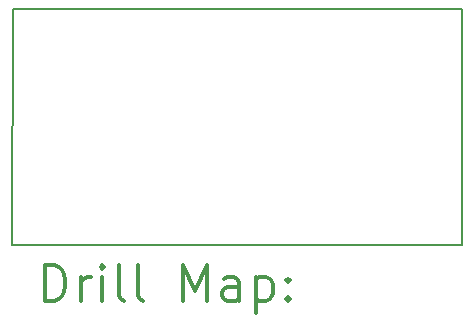
<source format=gbr>
%FSLAX45Y45*%
G04 Gerber Fmt 4.5, Leading zero omitted, Abs format (unit mm)*
G04 Created by KiCad (PCBNEW 5.0.1+dfsg1-3~bpo9+1) date Mon 26 Nov 2018 07:10:50 PM CET*
%MOMM*%
%LPD*%
G01*
G04 APERTURE LIST*
%ADD10C,0.150000*%
%ADD11C,0.200000*%
%ADD12C,0.300000*%
G04 APERTURE END LIST*
D10*
X9390000Y-12100000D02*
X9400000Y-10100000D01*
X13200000Y-12100000D02*
X9390000Y-12100000D01*
X13200000Y-10100000D02*
X13200000Y-12100000D01*
X9400000Y-10100000D02*
X13200000Y-10100000D01*
D11*
D12*
X9668928Y-12573214D02*
X9668928Y-12273214D01*
X9740357Y-12273214D01*
X9783214Y-12287500D01*
X9811786Y-12316071D01*
X9826071Y-12344643D01*
X9840357Y-12401786D01*
X9840357Y-12444643D01*
X9826071Y-12501786D01*
X9811786Y-12530357D01*
X9783214Y-12558929D01*
X9740357Y-12573214D01*
X9668928Y-12573214D01*
X9968928Y-12573214D02*
X9968928Y-12373214D01*
X9968928Y-12430357D02*
X9983214Y-12401786D01*
X9997500Y-12387500D01*
X10026071Y-12373214D01*
X10054643Y-12373214D01*
X10154643Y-12573214D02*
X10154643Y-12373214D01*
X10154643Y-12273214D02*
X10140357Y-12287500D01*
X10154643Y-12301786D01*
X10168928Y-12287500D01*
X10154643Y-12273214D01*
X10154643Y-12301786D01*
X10340357Y-12573214D02*
X10311786Y-12558929D01*
X10297500Y-12530357D01*
X10297500Y-12273214D01*
X10497500Y-12573214D02*
X10468928Y-12558929D01*
X10454643Y-12530357D01*
X10454643Y-12273214D01*
X10840357Y-12573214D02*
X10840357Y-12273214D01*
X10940357Y-12487500D01*
X11040357Y-12273214D01*
X11040357Y-12573214D01*
X11311786Y-12573214D02*
X11311786Y-12416071D01*
X11297500Y-12387500D01*
X11268928Y-12373214D01*
X11211786Y-12373214D01*
X11183214Y-12387500D01*
X11311786Y-12558929D02*
X11283214Y-12573214D01*
X11211786Y-12573214D01*
X11183214Y-12558929D01*
X11168928Y-12530357D01*
X11168928Y-12501786D01*
X11183214Y-12473214D01*
X11211786Y-12458929D01*
X11283214Y-12458929D01*
X11311786Y-12444643D01*
X11454643Y-12373214D02*
X11454643Y-12673214D01*
X11454643Y-12387500D02*
X11483214Y-12373214D01*
X11540357Y-12373214D01*
X11568928Y-12387500D01*
X11583214Y-12401786D01*
X11597500Y-12430357D01*
X11597500Y-12516071D01*
X11583214Y-12544643D01*
X11568928Y-12558929D01*
X11540357Y-12573214D01*
X11483214Y-12573214D01*
X11454643Y-12558929D01*
X11726071Y-12544643D02*
X11740357Y-12558929D01*
X11726071Y-12573214D01*
X11711786Y-12558929D01*
X11726071Y-12544643D01*
X11726071Y-12573214D01*
X11726071Y-12387500D02*
X11740357Y-12401786D01*
X11726071Y-12416071D01*
X11711786Y-12401786D01*
X11726071Y-12387500D01*
X11726071Y-12416071D01*
M02*

</source>
